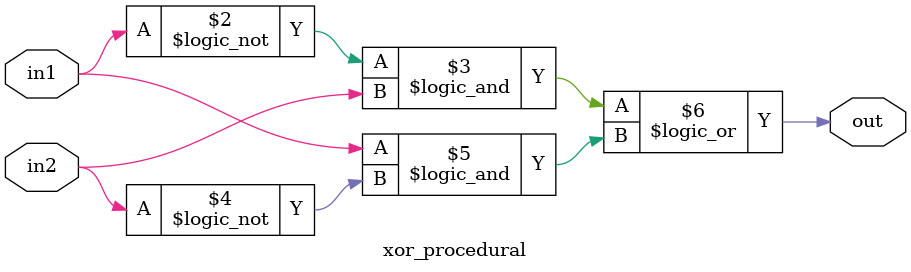
<source format=v>
module xor_procedural(
	output reg out,
	input in1,
	input in2
	);

	always @(*) begin
		out = (!in1 && in2) || (in1 && !in2);
	end

endmodule

</source>
